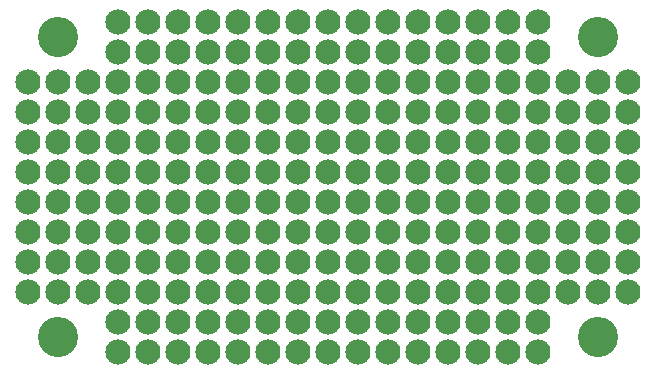
<source format=gbr>
G04 EAGLE Gerber RS-274X export*
G75*
%MOMM*%
%FSLAX34Y34*%
%LPD*%
%INSoldermask Top*%
%IPPOS*%
%AMOC8*
5,1,8,0,0,1.08239X$1,22.5*%
G01*
%ADD10C,3.403200*%
%ADD11C,2.133600*%


D10*
X-228600Y127000D03*
X228600Y127000D03*
X-228600Y-127000D03*
X228600Y-127000D03*
D11*
X-177800Y-139700D03*
X-177800Y-114300D03*
X-177800Y-88900D03*
X-177800Y-63500D03*
X-177800Y-38100D03*
X-152400Y-139700D03*
X-152400Y-114300D03*
X-152400Y-88900D03*
X-152400Y-63500D03*
X-152400Y-38100D03*
X-127000Y-139700D03*
X-127000Y-114300D03*
X-127000Y-88900D03*
X-127000Y-63500D03*
X-127000Y-38100D03*
X-101600Y-139700D03*
X-101600Y-114300D03*
X-101600Y-88900D03*
X-101600Y-63500D03*
X-101600Y-38100D03*
X-76200Y-139700D03*
X-76200Y-114300D03*
X-76200Y-88900D03*
X-76200Y-63500D03*
X-76200Y-38100D03*
X-50800Y-139700D03*
X-50800Y-114300D03*
X-50800Y-88900D03*
X-50800Y-63500D03*
X-50800Y-38100D03*
X0Y-139700D03*
X0Y-114300D03*
X0Y-88900D03*
X0Y-63500D03*
X0Y-38100D03*
X-25400Y-139700D03*
X-25400Y-114300D03*
X-25400Y-88900D03*
X-25400Y-63500D03*
X-25400Y-38100D03*
X25400Y-139700D03*
X25400Y-114300D03*
X25400Y-88900D03*
X25400Y-63500D03*
X25400Y-38100D03*
X50800Y-139700D03*
X50800Y-114300D03*
X50800Y-88900D03*
X50800Y-63500D03*
X50800Y-38100D03*
X76200Y-139700D03*
X76200Y-114300D03*
X76200Y-88900D03*
X76200Y-63500D03*
X76200Y-38100D03*
X101600Y-139700D03*
X101600Y-114300D03*
X101600Y-88900D03*
X101600Y-63500D03*
X101600Y-38100D03*
X127000Y-139700D03*
X127000Y-114300D03*
X127000Y-88900D03*
X127000Y-63500D03*
X127000Y-38100D03*
X152400Y-139700D03*
X152400Y-114300D03*
X152400Y-88900D03*
X152400Y-63500D03*
X152400Y-38100D03*
X177800Y-139700D03*
X177800Y-114300D03*
X177800Y-88900D03*
X177800Y-63500D03*
X177800Y-38100D03*
X177800Y139700D03*
X177800Y114300D03*
X177800Y88900D03*
X177800Y63500D03*
X177800Y38100D03*
X127000Y139700D03*
X127000Y114300D03*
X127000Y88900D03*
X127000Y63500D03*
X127000Y38100D03*
X152400Y139700D03*
X152400Y114300D03*
X152400Y88900D03*
X152400Y63500D03*
X152400Y38100D03*
X101600Y139700D03*
X101600Y114300D03*
X101600Y88900D03*
X101600Y63500D03*
X101600Y38100D03*
X76200Y139700D03*
X76200Y114300D03*
X76200Y88900D03*
X76200Y63500D03*
X76200Y38100D03*
X25400Y139700D03*
X25400Y114300D03*
X25400Y88900D03*
X25400Y63500D03*
X25400Y38100D03*
X50800Y139700D03*
X50800Y114300D03*
X50800Y88900D03*
X50800Y63500D03*
X50800Y38100D03*
X0Y139700D03*
X0Y114300D03*
X0Y88900D03*
X0Y38100D03*
X0Y63500D03*
X-25400Y139700D03*
X-25400Y114300D03*
X-25400Y88900D03*
X-25400Y63500D03*
X-25400Y38100D03*
X-50800Y139700D03*
X-50800Y114300D03*
X-50800Y88900D03*
X-50800Y63500D03*
X-50800Y38100D03*
X-76200Y139700D03*
X-76200Y114300D03*
X-76200Y88900D03*
X-76200Y63500D03*
X-76200Y38100D03*
X-127000Y139700D03*
X-127000Y114300D03*
X-127000Y88900D03*
X-127000Y63500D03*
X-127000Y38100D03*
X-101600Y139700D03*
X-101600Y114300D03*
X-101600Y88900D03*
X-101600Y63500D03*
X-101600Y38100D03*
X-152400Y139700D03*
X-152400Y114300D03*
X-152400Y88900D03*
X-152400Y63500D03*
X-152400Y38100D03*
X-177800Y139700D03*
X-177800Y114300D03*
X-177800Y88900D03*
X-177800Y63500D03*
X-177800Y38100D03*
X177800Y-12700D03*
X152400Y-12700D03*
X127000Y-12700D03*
X101600Y-12700D03*
X76200Y-12700D03*
X50800Y-12700D03*
X0Y-12700D03*
X25400Y-12700D03*
X-25400Y-12700D03*
X-50800Y-12700D03*
X-76200Y-12700D03*
X-101600Y-12700D03*
X-127000Y-12700D03*
X-152400Y-12700D03*
X-177800Y-12700D03*
X177800Y12700D03*
X152400Y12700D03*
X127000Y12700D03*
X101600Y12700D03*
X76200Y12700D03*
X50800Y12700D03*
X0Y12700D03*
X25400Y12700D03*
X-25400Y12700D03*
X-50800Y12700D03*
X-76200Y12700D03*
X-101600Y12700D03*
X-127000Y12700D03*
X-152400Y12700D03*
X-177800Y12700D03*
X-203200Y88900D03*
X-203200Y63500D03*
X-203200Y38100D03*
X-228600Y38100D03*
X-228600Y63500D03*
X-228600Y88900D03*
X-254000Y88900D03*
X-254000Y63500D03*
X-254000Y38100D03*
X-254000Y12700D03*
X-228600Y12700D03*
X-203200Y12700D03*
X-203200Y-12700D03*
X-228600Y-12700D03*
X-254000Y-12700D03*
X-254000Y-38100D03*
X-228600Y-38100D03*
X-203200Y-38100D03*
X-203200Y-63500D03*
X-228600Y-63500D03*
X-254000Y-63500D03*
X-254000Y-88900D03*
X-228600Y-88900D03*
X-203200Y-88900D03*
X203200Y88900D03*
X203200Y63500D03*
X203200Y38100D03*
X228600Y38100D03*
X228600Y63500D03*
X228600Y88900D03*
X254000Y88900D03*
X254000Y63500D03*
X254000Y38100D03*
X254000Y12700D03*
X254000Y-12700D03*
X254000Y-38100D03*
X254000Y-63500D03*
X254000Y-88900D03*
X228600Y-88900D03*
X203200Y-88900D03*
X228600Y-63500D03*
X203200Y-63500D03*
X203200Y-38100D03*
X228600Y-38100D03*
X228600Y-12700D03*
X203200Y-12700D03*
X203200Y12700D03*
X228600Y12700D03*
M02*

</source>
